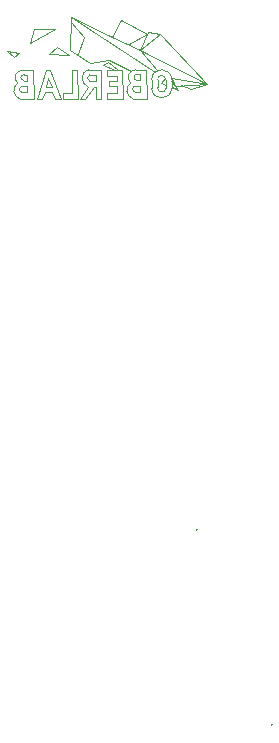
<source format=gbr>
%TF.GenerationSoftware,KiCad,Pcbnew,7.0.8*%
%TF.CreationDate,2024-06-05T08:03:03+02:00*%
%TF.ProjectId,ESP32-CAM_1,45535033-322d-4434-914d-5f312e6b6963,rev?*%
%TF.SameCoordinates,Original*%
%TF.FileFunction,Legend,Bot*%
%TF.FilePolarity,Positive*%
%FSLAX46Y46*%
G04 Gerber Fmt 4.6, Leading zero omitted, Abs format (unit mm)*
G04 Created by KiCad (PCBNEW 7.0.8) date 2024-06-05 08:03:03*
%MOMM*%
%LPD*%
G01*
G04 APERTURE LIST*
%ADD10C,0.120000*%
%ADD11C,0.050000*%
%ADD12C,0.010000*%
G04 APERTURE END LIST*
D10*
%TO.C,G\u002A\u002A\u002A*%
X195046269Y-119484595D02*
G75*
G03*
X195030001Y-120939998I233731J-730405D01*
G01*
X200405000Y-121040000D02*
G75*
G03*
X202105000Y-121040000I850000J0D01*
G01*
X189053744Y-120656063D02*
G75*
G03*
X189230001Y-121964999I426256J-608937D01*
G01*
X195155001Y-119940002D02*
G75*
G03*
X195155001Y-120489998I124999J-274998D01*
G01*
X200905000Y-121040000D02*
G75*
G03*
X201605000Y-121040000I350000J0D01*
G01*
X201605000Y-120340000D02*
G75*
G03*
X200905000Y-120340000I-350000J0D01*
G01*
X189479999Y-120910051D02*
G75*
G03*
X189430001Y-121414998I1J-254949D01*
G01*
X189640634Y-119922464D02*
G75*
G03*
X189580000Y-120415000I-60634J-242536D01*
G01*
X198628744Y-120631063D02*
G75*
G03*
X198805001Y-121939999I426256J-608937D01*
G01*
X189480000Y-119528606D02*
G75*
G03*
X189030001Y-120614999I0J-636394D01*
G01*
X199054999Y-120885051D02*
G75*
G03*
X199005001Y-121389998I1J-254949D01*
G01*
X202105000Y-120340000D02*
G75*
G03*
X200405000Y-120340000I-850000J0D01*
G01*
X199055000Y-119503606D02*
G75*
G03*
X198605001Y-120589999I0J-636394D01*
G01*
X199215634Y-119897464D02*
G75*
G03*
X199155000Y-120390000I-60634J-242536D01*
G01*
D11*
X197830000Y-115265000D02*
X200030000Y-116440000D01*
X200030000Y-116440000D02*
X198455000Y-117340000D01*
X205055000Y-120690000D02*
X203730000Y-121165000D01*
X202155000Y-120215000D02*
X202380000Y-120840000D01*
X202380000Y-120840000D02*
X205055000Y-120690000D01*
X196830000Y-118690000D02*
X198655000Y-119590000D01*
X195155000Y-118915000D02*
X196830000Y-118690000D01*
X193530000Y-117790000D02*
X195155000Y-118915000D01*
X205055000Y-120690000D02*
X201155000Y-116515000D01*
X205055000Y-120690000D02*
X202155000Y-120215000D01*
D10*
X195205000Y-119940000D02*
X195655000Y-119940000D01*
D11*
X196705000Y-118865000D02*
X196305000Y-119140000D01*
X197480000Y-119465000D02*
X196705000Y-118865000D01*
D10*
X196155000Y-119490000D02*
X196155000Y-121940000D01*
X199455000Y-121390000D02*
X199005000Y-121390000D01*
X199955000Y-119490000D02*
X200005000Y-121940000D01*
D11*
X201155000Y-116515000D02*
X200130000Y-116265000D01*
X188730000Y-118415000D02*
X189155000Y-118090000D01*
D10*
X199455000Y-120890000D02*
X199455000Y-121390000D01*
D11*
X188155000Y-117940000D02*
X188730000Y-118415000D01*
D10*
X194805000Y-121940000D02*
X194405000Y-121940000D01*
X196605000Y-121940000D02*
X196605000Y-121440000D01*
X195705000Y-120990000D02*
X195555000Y-120990000D01*
X196155000Y-121940000D02*
X195705000Y-121940000D01*
D11*
X197080000Y-116690000D02*
X193605000Y-115065000D01*
X192380000Y-117565000D02*
X191680000Y-118140000D01*
X197080000Y-116690000D02*
X199405000Y-117840000D01*
X193605000Y-115065000D02*
X193530000Y-117790000D01*
D10*
X189880000Y-121415000D02*
X189430000Y-121415000D01*
X194305000Y-121940000D02*
X195005000Y-120990000D01*
X195655000Y-119940000D02*
X195655000Y-120490000D01*
X189880000Y-120415000D02*
X189580000Y-120415000D01*
D11*
X190455000Y-116040000D02*
X192255000Y-116090000D01*
X201230000Y-120590000D02*
X201605000Y-120765000D01*
X200705000Y-119665000D02*
X193605000Y-115065000D01*
X192255000Y-116090000D02*
X190105000Y-117215000D01*
X202655000Y-121215000D02*
X202080000Y-120415000D01*
X191680000Y-118140000D02*
X193355000Y-118240000D01*
D10*
X189880000Y-119965000D02*
X189880000Y-120415000D01*
X199455000Y-119890000D02*
X199205000Y-119890000D01*
X195655000Y-120490000D02*
X195155000Y-120490000D01*
X197455000Y-121440000D02*
X197455000Y-120890000D01*
X196605000Y-121440000D02*
X197455000Y-121440000D01*
X200905000Y-120340000D02*
X200905000Y-120990000D01*
D11*
X196305000Y-119140000D02*
X197280000Y-119490000D01*
X201155000Y-116515000D02*
X199405000Y-117840000D01*
X201555000Y-120190000D02*
X201230000Y-120590000D01*
D10*
X199055000Y-119503605D02*
X199955000Y-119490000D01*
D11*
X202105000Y-120940000D02*
X202655000Y-121215000D01*
X189155000Y-118090000D02*
X188155000Y-117940000D01*
D10*
X189880000Y-119915000D02*
X189630000Y-119915000D01*
X199454999Y-120885050D02*
X199054999Y-120885050D01*
X189480000Y-119528605D02*
X190380000Y-119515000D01*
D11*
X199405000Y-117840000D02*
X205055000Y-120690000D01*
D10*
X191655000Y-120215000D02*
X191930000Y-120965000D01*
X191430000Y-120965000D02*
X191655000Y-120215000D01*
X197855000Y-121940000D02*
X196605000Y-121940000D01*
X195046269Y-119484594D02*
X196155000Y-119490000D01*
X189879999Y-120910050D02*
X189479999Y-120910050D01*
X189880000Y-120915000D02*
X189880000Y-121415000D01*
X190430000Y-121965000D02*
X189230000Y-121965000D01*
D11*
X203730000Y-121165000D02*
X202905000Y-120815000D01*
D10*
X200005000Y-121940000D02*
X198805000Y-121940000D01*
X201605000Y-120340000D02*
X201605000Y-121040000D01*
D11*
X194705000Y-116690000D02*
X194130000Y-118190000D01*
X193580000Y-115465000D02*
X194705000Y-116690000D01*
X193380000Y-118240000D02*
X192380000Y-117565000D01*
D10*
X190380000Y-119515000D02*
X190430000Y-121965000D01*
D11*
X197830000Y-115265000D02*
X197080000Y-116690000D01*
X200130000Y-116265000D02*
X199405000Y-117840000D01*
X190105000Y-117215000D02*
X190455000Y-116040000D01*
D10*
X195705000Y-121940000D02*
X195705000Y-120990000D01*
X194405000Y-121940000D02*
X194305000Y-121940000D01*
X195555000Y-120990000D02*
X194805000Y-121940000D01*
X192880000Y-121490000D02*
X192880000Y-121940000D01*
X191355000Y-121365000D02*
X191105000Y-121965000D01*
X192205000Y-121965000D02*
X191955000Y-121365000D01*
X197455000Y-119990000D02*
X196605000Y-119990000D01*
X199455000Y-120390000D02*
X199155000Y-120390000D01*
X191930000Y-120965000D02*
X191430000Y-120965000D01*
X196605000Y-119490000D02*
X197905000Y-119490000D01*
X191805000Y-119515000D02*
X192705000Y-121965000D01*
X197455000Y-120890000D02*
X196805000Y-120890000D01*
X196605000Y-119990000D02*
X196605000Y-119490000D01*
X192205000Y-121965000D02*
X192705000Y-121965000D01*
D11*
X199405000Y-117840000D02*
X200880000Y-119565000D01*
D10*
X193655000Y-119490000D02*
X193630000Y-121490000D01*
X194130000Y-121940000D02*
X194105000Y-119490000D01*
X196805000Y-120890000D02*
X196805000Y-120440000D01*
X191105000Y-121965000D02*
X190705000Y-121965000D01*
X191480000Y-119515000D02*
X191805000Y-119515000D01*
X196805000Y-120440000D02*
X197455000Y-120440000D01*
X199455000Y-119940000D02*
X199455000Y-120390000D01*
X197455000Y-120440000D02*
X197455000Y-119990000D01*
X190705000Y-121965000D02*
X191480000Y-119515000D01*
X197955000Y-121940000D02*
X197855000Y-121940000D01*
X197905000Y-119490000D02*
X197955000Y-121940000D01*
X200405000Y-120340000D02*
X200405000Y-121040000D01*
X202105000Y-121040000D02*
X202105000Y-120340000D01*
X194105000Y-119490000D02*
X193655000Y-119490000D01*
D12*
X210602361Y-174935226D02*
X210538542Y-174999045D01*
X210474723Y-174935226D01*
X210538542Y-174871407D01*
X210602361Y-174935226D01*
G36*
X210602361Y-174935226D02*
G01*
X210538542Y-174999045D01*
X210474723Y-174935226D01*
X210538542Y-174871407D01*
X210602361Y-174935226D01*
G37*
D10*
X192880000Y-121940000D02*
X194130000Y-121940000D01*
X193630000Y-121490000D02*
X192880000Y-121490000D01*
X191955000Y-121365000D02*
X191355000Y-121365000D01*
D12*
X204252361Y-158425226D02*
X204188542Y-158489045D01*
X204124723Y-158425226D01*
X204188542Y-158361407D01*
X204252361Y-158425226D01*
G36*
X204252361Y-158425226D02*
G01*
X204188542Y-158489045D01*
X204124723Y-158425226D01*
X204188542Y-158361407D01*
X204252361Y-158425226D01*
G37*
%TD*%
M02*

</source>
